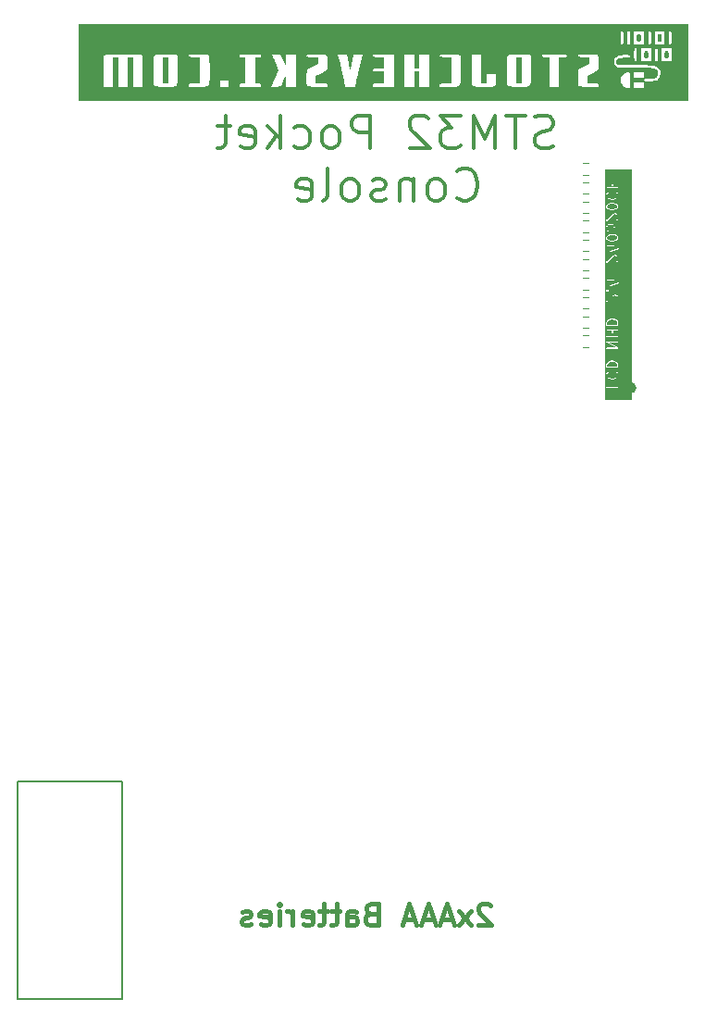
<source format=gbr>
%TF.GenerationSoftware,KiCad,Pcbnew,8.0.0*%
%TF.CreationDate,2024-03-23T15:17:17+01:00*%
%TF.ProjectId,stopwatchy,73746f70-7761-4746-9368-792e6b696361,rev?*%
%TF.SameCoordinates,Original*%
%TF.FileFunction,Legend,Bot*%
%TF.FilePolarity,Positive*%
%FSLAX46Y46*%
G04 Gerber Fmt 4.6, Leading zero omitted, Abs format (unit mm)*
G04 Created by KiCad (PCBNEW 8.0.0) date 2024-03-23 15:17:17*
%MOMM*%
%LPD*%
G01*
G04 APERTURE LIST*
%ADD10C,0.150000*%
%ADD11C,0.375000*%
%ADD12C,0.400000*%
%ADD13C,0.100000*%
%ADD14C,0.120000*%
%ADD15C,0.550000*%
%ADD16C,0.000000*%
G04 APERTURE END LIST*
D10*
X106003742Y-96520000D02*
X115570000Y-96520000D01*
X115570000Y-116373986D01*
X106003742Y-116373986D01*
X106003742Y-96520000D01*
D11*
X155014285Y-38440668D02*
X154585714Y-38583525D01*
X154585714Y-38583525D02*
X153871428Y-38583525D01*
X153871428Y-38583525D02*
X153585714Y-38440668D01*
X153585714Y-38440668D02*
X153442856Y-38297810D01*
X153442856Y-38297810D02*
X153299999Y-38012096D01*
X153299999Y-38012096D02*
X153299999Y-37726382D01*
X153299999Y-37726382D02*
X153442856Y-37440668D01*
X153442856Y-37440668D02*
X153585714Y-37297810D01*
X153585714Y-37297810D02*
X153871428Y-37154953D01*
X153871428Y-37154953D02*
X154442856Y-37012096D01*
X154442856Y-37012096D02*
X154728571Y-36869239D01*
X154728571Y-36869239D02*
X154871428Y-36726382D01*
X154871428Y-36726382D02*
X155014285Y-36440668D01*
X155014285Y-36440668D02*
X155014285Y-36154953D01*
X155014285Y-36154953D02*
X154871428Y-35869239D01*
X154871428Y-35869239D02*
X154728571Y-35726382D01*
X154728571Y-35726382D02*
X154442856Y-35583525D01*
X154442856Y-35583525D02*
X153728571Y-35583525D01*
X153728571Y-35583525D02*
X153299999Y-35726382D01*
X152442856Y-35583525D02*
X150728571Y-35583525D01*
X151585713Y-38583525D02*
X151585713Y-35583525D01*
X149728571Y-38583525D02*
X149728571Y-35583525D01*
X149728571Y-35583525D02*
X148728571Y-37726382D01*
X148728571Y-37726382D02*
X147728571Y-35583525D01*
X147728571Y-35583525D02*
X147728571Y-38583525D01*
X146585714Y-35583525D02*
X144728571Y-35583525D01*
X144728571Y-35583525D02*
X145728571Y-36726382D01*
X145728571Y-36726382D02*
X145300000Y-36726382D01*
X145300000Y-36726382D02*
X145014286Y-36869239D01*
X145014286Y-36869239D02*
X144871428Y-37012096D01*
X144871428Y-37012096D02*
X144728571Y-37297810D01*
X144728571Y-37297810D02*
X144728571Y-38012096D01*
X144728571Y-38012096D02*
X144871428Y-38297810D01*
X144871428Y-38297810D02*
X145014286Y-38440668D01*
X145014286Y-38440668D02*
X145300000Y-38583525D01*
X145300000Y-38583525D02*
X146157143Y-38583525D01*
X146157143Y-38583525D02*
X146442857Y-38440668D01*
X146442857Y-38440668D02*
X146585714Y-38297810D01*
X143585714Y-35869239D02*
X143442857Y-35726382D01*
X143442857Y-35726382D02*
X143157143Y-35583525D01*
X143157143Y-35583525D02*
X142442857Y-35583525D01*
X142442857Y-35583525D02*
X142157143Y-35726382D01*
X142157143Y-35726382D02*
X142014285Y-35869239D01*
X142014285Y-35869239D02*
X141871428Y-36154953D01*
X141871428Y-36154953D02*
X141871428Y-36440668D01*
X141871428Y-36440668D02*
X142014285Y-36869239D01*
X142014285Y-36869239D02*
X143728571Y-38583525D01*
X143728571Y-38583525D02*
X141871428Y-38583525D01*
X138300000Y-38583525D02*
X138300000Y-35583525D01*
X138300000Y-35583525D02*
X137157143Y-35583525D01*
X137157143Y-35583525D02*
X136871428Y-35726382D01*
X136871428Y-35726382D02*
X136728571Y-35869239D01*
X136728571Y-35869239D02*
X136585714Y-36154953D01*
X136585714Y-36154953D02*
X136585714Y-36583525D01*
X136585714Y-36583525D02*
X136728571Y-36869239D01*
X136728571Y-36869239D02*
X136871428Y-37012096D01*
X136871428Y-37012096D02*
X137157143Y-37154953D01*
X137157143Y-37154953D02*
X138300000Y-37154953D01*
X134871428Y-38583525D02*
X135157143Y-38440668D01*
X135157143Y-38440668D02*
X135300000Y-38297810D01*
X135300000Y-38297810D02*
X135442857Y-38012096D01*
X135442857Y-38012096D02*
X135442857Y-37154953D01*
X135442857Y-37154953D02*
X135300000Y-36869239D01*
X135300000Y-36869239D02*
X135157143Y-36726382D01*
X135157143Y-36726382D02*
X134871428Y-36583525D01*
X134871428Y-36583525D02*
X134442857Y-36583525D01*
X134442857Y-36583525D02*
X134157143Y-36726382D01*
X134157143Y-36726382D02*
X134014286Y-36869239D01*
X134014286Y-36869239D02*
X133871428Y-37154953D01*
X133871428Y-37154953D02*
X133871428Y-38012096D01*
X133871428Y-38012096D02*
X134014286Y-38297810D01*
X134014286Y-38297810D02*
X134157143Y-38440668D01*
X134157143Y-38440668D02*
X134442857Y-38583525D01*
X134442857Y-38583525D02*
X134871428Y-38583525D01*
X131300000Y-38440668D02*
X131585714Y-38583525D01*
X131585714Y-38583525D02*
X132157142Y-38583525D01*
X132157142Y-38583525D02*
X132442857Y-38440668D01*
X132442857Y-38440668D02*
X132585714Y-38297810D01*
X132585714Y-38297810D02*
X132728571Y-38012096D01*
X132728571Y-38012096D02*
X132728571Y-37154953D01*
X132728571Y-37154953D02*
X132585714Y-36869239D01*
X132585714Y-36869239D02*
X132442857Y-36726382D01*
X132442857Y-36726382D02*
X132157142Y-36583525D01*
X132157142Y-36583525D02*
X131585714Y-36583525D01*
X131585714Y-36583525D02*
X131300000Y-36726382D01*
X130014285Y-38583525D02*
X130014285Y-35583525D01*
X129728571Y-37440668D02*
X128871428Y-38583525D01*
X128871428Y-36583525D02*
X130014285Y-37726382D01*
X126442857Y-38440668D02*
X126728571Y-38583525D01*
X126728571Y-38583525D02*
X127300000Y-38583525D01*
X127300000Y-38583525D02*
X127585714Y-38440668D01*
X127585714Y-38440668D02*
X127728571Y-38154953D01*
X127728571Y-38154953D02*
X127728571Y-37012096D01*
X127728571Y-37012096D02*
X127585714Y-36726382D01*
X127585714Y-36726382D02*
X127300000Y-36583525D01*
X127300000Y-36583525D02*
X126728571Y-36583525D01*
X126728571Y-36583525D02*
X126442857Y-36726382D01*
X126442857Y-36726382D02*
X126300000Y-37012096D01*
X126300000Y-37012096D02*
X126300000Y-37297810D01*
X126300000Y-37297810D02*
X127728571Y-37583525D01*
X125442856Y-36583525D02*
X124299999Y-36583525D01*
X125014285Y-35583525D02*
X125014285Y-38154953D01*
X125014285Y-38154953D02*
X124871428Y-38440668D01*
X124871428Y-38440668D02*
X124585713Y-38583525D01*
X124585713Y-38583525D02*
X124299999Y-38583525D01*
X146228571Y-43127642D02*
X146371428Y-43270500D01*
X146371428Y-43270500D02*
X146800000Y-43413357D01*
X146800000Y-43413357D02*
X147085714Y-43413357D01*
X147085714Y-43413357D02*
X147514285Y-43270500D01*
X147514285Y-43270500D02*
X147800000Y-42984785D01*
X147800000Y-42984785D02*
X147942857Y-42699071D01*
X147942857Y-42699071D02*
X148085714Y-42127642D01*
X148085714Y-42127642D02*
X148085714Y-41699071D01*
X148085714Y-41699071D02*
X147942857Y-41127642D01*
X147942857Y-41127642D02*
X147800000Y-40841928D01*
X147800000Y-40841928D02*
X147514285Y-40556214D01*
X147514285Y-40556214D02*
X147085714Y-40413357D01*
X147085714Y-40413357D02*
X146800000Y-40413357D01*
X146800000Y-40413357D02*
X146371428Y-40556214D01*
X146371428Y-40556214D02*
X146228571Y-40699071D01*
X144514285Y-43413357D02*
X144800000Y-43270500D01*
X144800000Y-43270500D02*
X144942857Y-43127642D01*
X144942857Y-43127642D02*
X145085714Y-42841928D01*
X145085714Y-42841928D02*
X145085714Y-41984785D01*
X145085714Y-41984785D02*
X144942857Y-41699071D01*
X144942857Y-41699071D02*
X144800000Y-41556214D01*
X144800000Y-41556214D02*
X144514285Y-41413357D01*
X144514285Y-41413357D02*
X144085714Y-41413357D01*
X144085714Y-41413357D02*
X143800000Y-41556214D01*
X143800000Y-41556214D02*
X143657143Y-41699071D01*
X143657143Y-41699071D02*
X143514285Y-41984785D01*
X143514285Y-41984785D02*
X143514285Y-42841928D01*
X143514285Y-42841928D02*
X143657143Y-43127642D01*
X143657143Y-43127642D02*
X143800000Y-43270500D01*
X143800000Y-43270500D02*
X144085714Y-43413357D01*
X144085714Y-43413357D02*
X144514285Y-43413357D01*
X142228571Y-41413357D02*
X142228571Y-43413357D01*
X142228571Y-41699071D02*
X142085714Y-41556214D01*
X142085714Y-41556214D02*
X141799999Y-41413357D01*
X141799999Y-41413357D02*
X141371428Y-41413357D01*
X141371428Y-41413357D02*
X141085714Y-41556214D01*
X141085714Y-41556214D02*
X140942857Y-41841928D01*
X140942857Y-41841928D02*
X140942857Y-43413357D01*
X139657142Y-43270500D02*
X139371428Y-43413357D01*
X139371428Y-43413357D02*
X138799999Y-43413357D01*
X138799999Y-43413357D02*
X138514285Y-43270500D01*
X138514285Y-43270500D02*
X138371428Y-42984785D01*
X138371428Y-42984785D02*
X138371428Y-42841928D01*
X138371428Y-42841928D02*
X138514285Y-42556214D01*
X138514285Y-42556214D02*
X138799999Y-42413357D01*
X138799999Y-42413357D02*
X139228571Y-42413357D01*
X139228571Y-42413357D02*
X139514285Y-42270500D01*
X139514285Y-42270500D02*
X139657142Y-41984785D01*
X139657142Y-41984785D02*
X139657142Y-41841928D01*
X139657142Y-41841928D02*
X139514285Y-41556214D01*
X139514285Y-41556214D02*
X139228571Y-41413357D01*
X139228571Y-41413357D02*
X138799999Y-41413357D01*
X138799999Y-41413357D02*
X138514285Y-41556214D01*
X136657142Y-43413357D02*
X136942857Y-43270500D01*
X136942857Y-43270500D02*
X137085714Y-43127642D01*
X137085714Y-43127642D02*
X137228571Y-42841928D01*
X137228571Y-42841928D02*
X137228571Y-41984785D01*
X137228571Y-41984785D02*
X137085714Y-41699071D01*
X137085714Y-41699071D02*
X136942857Y-41556214D01*
X136942857Y-41556214D02*
X136657142Y-41413357D01*
X136657142Y-41413357D02*
X136228571Y-41413357D01*
X136228571Y-41413357D02*
X135942857Y-41556214D01*
X135942857Y-41556214D02*
X135800000Y-41699071D01*
X135800000Y-41699071D02*
X135657142Y-41984785D01*
X135657142Y-41984785D02*
X135657142Y-42841928D01*
X135657142Y-42841928D02*
X135800000Y-43127642D01*
X135800000Y-43127642D02*
X135942857Y-43270500D01*
X135942857Y-43270500D02*
X136228571Y-43413357D01*
X136228571Y-43413357D02*
X136657142Y-43413357D01*
X133942856Y-43413357D02*
X134228571Y-43270500D01*
X134228571Y-43270500D02*
X134371428Y-42984785D01*
X134371428Y-42984785D02*
X134371428Y-40413357D01*
X131657142Y-43270500D02*
X131942856Y-43413357D01*
X131942856Y-43413357D02*
X132514285Y-43413357D01*
X132514285Y-43413357D02*
X132799999Y-43270500D01*
X132799999Y-43270500D02*
X132942856Y-42984785D01*
X132942856Y-42984785D02*
X132942856Y-41841928D01*
X132942856Y-41841928D02*
X132799999Y-41556214D01*
X132799999Y-41556214D02*
X132514285Y-41413357D01*
X132514285Y-41413357D02*
X131942856Y-41413357D01*
X131942856Y-41413357D02*
X131657142Y-41556214D01*
X131657142Y-41556214D02*
X131514285Y-41841928D01*
X131514285Y-41841928D02*
X131514285Y-42127642D01*
X131514285Y-42127642D02*
X132942856Y-42413357D01*
D12*
X149281580Y-107834182D02*
X149186342Y-107738944D01*
X149186342Y-107738944D02*
X148995866Y-107643706D01*
X148995866Y-107643706D02*
X148519675Y-107643706D01*
X148519675Y-107643706D02*
X148329199Y-107738944D01*
X148329199Y-107738944D02*
X148233961Y-107834182D01*
X148233961Y-107834182D02*
X148138723Y-108024658D01*
X148138723Y-108024658D02*
X148138723Y-108215134D01*
X148138723Y-108215134D02*
X148233961Y-108500848D01*
X148233961Y-108500848D02*
X149376818Y-109643706D01*
X149376818Y-109643706D02*
X148138723Y-109643706D01*
X147472056Y-109643706D02*
X146424437Y-108310372D01*
X147472056Y-108310372D02*
X146424437Y-109643706D01*
X145757770Y-109072277D02*
X144805389Y-109072277D01*
X145948246Y-109643706D02*
X145281580Y-107643706D01*
X145281580Y-107643706D02*
X144614913Y-109643706D01*
X144043484Y-109072277D02*
X143091103Y-109072277D01*
X144233960Y-109643706D02*
X143567294Y-107643706D01*
X143567294Y-107643706D02*
X142900627Y-109643706D01*
X142329198Y-109072277D02*
X141376817Y-109072277D01*
X142519674Y-109643706D02*
X141853008Y-107643706D01*
X141853008Y-107643706D02*
X141186341Y-109643706D01*
X138329197Y-108596087D02*
X138043483Y-108691325D01*
X138043483Y-108691325D02*
X137948245Y-108786563D01*
X137948245Y-108786563D02*
X137853007Y-108977039D01*
X137853007Y-108977039D02*
X137853007Y-109262753D01*
X137853007Y-109262753D02*
X137948245Y-109453229D01*
X137948245Y-109453229D02*
X138043483Y-109548468D01*
X138043483Y-109548468D02*
X138233959Y-109643706D01*
X138233959Y-109643706D02*
X138995864Y-109643706D01*
X138995864Y-109643706D02*
X138995864Y-107643706D01*
X138995864Y-107643706D02*
X138329197Y-107643706D01*
X138329197Y-107643706D02*
X138138721Y-107738944D01*
X138138721Y-107738944D02*
X138043483Y-107834182D01*
X138043483Y-107834182D02*
X137948245Y-108024658D01*
X137948245Y-108024658D02*
X137948245Y-108215134D01*
X137948245Y-108215134D02*
X138043483Y-108405610D01*
X138043483Y-108405610D02*
X138138721Y-108500848D01*
X138138721Y-108500848D02*
X138329197Y-108596087D01*
X138329197Y-108596087D02*
X138995864Y-108596087D01*
X136138721Y-109643706D02*
X136138721Y-108596087D01*
X136138721Y-108596087D02*
X136233959Y-108405610D01*
X136233959Y-108405610D02*
X136424435Y-108310372D01*
X136424435Y-108310372D02*
X136805388Y-108310372D01*
X136805388Y-108310372D02*
X136995864Y-108405610D01*
X136138721Y-109548468D02*
X136329197Y-109643706D01*
X136329197Y-109643706D02*
X136805388Y-109643706D01*
X136805388Y-109643706D02*
X136995864Y-109548468D01*
X136995864Y-109548468D02*
X137091102Y-109357991D01*
X137091102Y-109357991D02*
X137091102Y-109167515D01*
X137091102Y-109167515D02*
X136995864Y-108977039D01*
X136995864Y-108977039D02*
X136805388Y-108881801D01*
X136805388Y-108881801D02*
X136329197Y-108881801D01*
X136329197Y-108881801D02*
X136138721Y-108786563D01*
X135472054Y-108310372D02*
X134710150Y-108310372D01*
X135186340Y-107643706D02*
X135186340Y-109357991D01*
X135186340Y-109357991D02*
X135091102Y-109548468D01*
X135091102Y-109548468D02*
X134900626Y-109643706D01*
X134900626Y-109643706D02*
X134710150Y-109643706D01*
X134329197Y-108310372D02*
X133567293Y-108310372D01*
X134043483Y-107643706D02*
X134043483Y-109357991D01*
X134043483Y-109357991D02*
X133948245Y-109548468D01*
X133948245Y-109548468D02*
X133757769Y-109643706D01*
X133757769Y-109643706D02*
X133567293Y-109643706D01*
X132138721Y-109548468D02*
X132329197Y-109643706D01*
X132329197Y-109643706D02*
X132710150Y-109643706D01*
X132710150Y-109643706D02*
X132900626Y-109548468D01*
X132900626Y-109548468D02*
X132995864Y-109357991D01*
X132995864Y-109357991D02*
X132995864Y-108596087D01*
X132995864Y-108596087D02*
X132900626Y-108405610D01*
X132900626Y-108405610D02*
X132710150Y-108310372D01*
X132710150Y-108310372D02*
X132329197Y-108310372D01*
X132329197Y-108310372D02*
X132138721Y-108405610D01*
X132138721Y-108405610D02*
X132043483Y-108596087D01*
X132043483Y-108596087D02*
X132043483Y-108786563D01*
X132043483Y-108786563D02*
X132995864Y-108977039D01*
X131186340Y-109643706D02*
X131186340Y-108310372D01*
X131186340Y-108691325D02*
X131091102Y-108500848D01*
X131091102Y-108500848D02*
X130995864Y-108405610D01*
X130995864Y-108405610D02*
X130805388Y-108310372D01*
X130805388Y-108310372D02*
X130614911Y-108310372D01*
X129948245Y-109643706D02*
X129948245Y-108310372D01*
X129948245Y-107643706D02*
X130043483Y-107738944D01*
X130043483Y-107738944D02*
X129948245Y-107834182D01*
X129948245Y-107834182D02*
X129853007Y-107738944D01*
X129853007Y-107738944D02*
X129948245Y-107643706D01*
X129948245Y-107643706D02*
X129948245Y-107834182D01*
X128233959Y-109548468D02*
X128424435Y-109643706D01*
X128424435Y-109643706D02*
X128805388Y-109643706D01*
X128805388Y-109643706D02*
X128995864Y-109548468D01*
X128995864Y-109548468D02*
X129091102Y-109357991D01*
X129091102Y-109357991D02*
X129091102Y-108596087D01*
X129091102Y-108596087D02*
X128995864Y-108405610D01*
X128995864Y-108405610D02*
X128805388Y-108310372D01*
X128805388Y-108310372D02*
X128424435Y-108310372D01*
X128424435Y-108310372D02*
X128233959Y-108405610D01*
X128233959Y-108405610D02*
X128138721Y-108596087D01*
X128138721Y-108596087D02*
X128138721Y-108786563D01*
X128138721Y-108786563D02*
X129091102Y-108977039D01*
X127376816Y-109548468D02*
X127186340Y-109643706D01*
X127186340Y-109643706D02*
X126805388Y-109643706D01*
X126805388Y-109643706D02*
X126614911Y-109548468D01*
X126614911Y-109548468D02*
X126519673Y-109357991D01*
X126519673Y-109357991D02*
X126519673Y-109262753D01*
X126519673Y-109262753D02*
X126614911Y-109072277D01*
X126614911Y-109072277D02*
X126805388Y-108977039D01*
X126805388Y-108977039D02*
X127091102Y-108977039D01*
X127091102Y-108977039D02*
X127281578Y-108881801D01*
X127281578Y-108881801D02*
X127376816Y-108691325D01*
X127376816Y-108691325D02*
X127376816Y-108596087D01*
X127376816Y-108596087D02*
X127281578Y-108405610D01*
X127281578Y-108405610D02*
X127091102Y-108310372D01*
X127091102Y-108310372D02*
X126805388Y-108310372D01*
X126805388Y-108310372D02*
X126614911Y-108405610D01*
D13*
G36*
X160483412Y-58109964D02*
G01*
X160659724Y-58150747D01*
X160663654Y-58153797D01*
X160745705Y-58191761D01*
X160745898Y-58192050D01*
X160830933Y-58272979D01*
X160874283Y-58393919D01*
X160874110Y-58394790D01*
X160876895Y-58583061D01*
X159973422Y-58586435D01*
X159970839Y-58411838D01*
X159971544Y-58410602D01*
X160010806Y-58283378D01*
X160088627Y-58201608D01*
X160089329Y-58201416D01*
X160170375Y-58157775D01*
X160174333Y-58157583D01*
X160348783Y-58110681D01*
X160352682Y-58111457D01*
X160480228Y-58108460D01*
X160483412Y-58109964D01*
G37*
G36*
X160483412Y-54252821D02*
G01*
X160659724Y-54293604D01*
X160663654Y-54296654D01*
X160745705Y-54334618D01*
X160745898Y-54334907D01*
X160830933Y-54415836D01*
X160874283Y-54536776D01*
X160874110Y-54537647D01*
X160876895Y-54725918D01*
X159973422Y-54729292D01*
X159970839Y-54554695D01*
X159971544Y-54553459D01*
X160010806Y-54426235D01*
X160088627Y-54344465D01*
X160089329Y-54344273D01*
X160170375Y-54300632D01*
X160174333Y-54300440D01*
X160348783Y-54253538D01*
X160352682Y-54254314D01*
X160480228Y-54251317D01*
X160483412Y-54252821D01*
G37*
G36*
X160531031Y-46538536D02*
G01*
X160707343Y-46579319D01*
X160711273Y-46582369D01*
X160793324Y-46620333D01*
X160793517Y-46620622D01*
X160832198Y-46656043D01*
X160874314Y-46734257D01*
X160876726Y-46806754D01*
X160841424Y-46883051D01*
X160841135Y-46883245D01*
X160805715Y-46921926D01*
X160725463Y-46965138D01*
X160721507Y-46965331D01*
X160547056Y-47012232D01*
X160543158Y-47011457D01*
X160320988Y-47014744D01*
X160317190Y-47012950D01*
X160140877Y-46972166D01*
X160136947Y-46969116D01*
X160054897Y-46931152D01*
X160054704Y-46930863D01*
X160016022Y-46895443D01*
X159973905Y-46817226D01*
X159971493Y-46744731D01*
X160006796Y-46668434D01*
X160007085Y-46668241D01*
X160042506Y-46629559D01*
X160122756Y-46586347D01*
X160126714Y-46586155D01*
X160301164Y-46539253D01*
X160305063Y-46540029D01*
X160527232Y-46536741D01*
X160531031Y-46538536D01*
G37*
G36*
X160531031Y-43681393D02*
G01*
X160707343Y-43722176D01*
X160711273Y-43725226D01*
X160793324Y-43763190D01*
X160793517Y-43763479D01*
X160832198Y-43798900D01*
X160874314Y-43877114D01*
X160876726Y-43949611D01*
X160841424Y-44025908D01*
X160841135Y-44026102D01*
X160805715Y-44064783D01*
X160725463Y-44107995D01*
X160721507Y-44108188D01*
X160547056Y-44155089D01*
X160543158Y-44154314D01*
X160320988Y-44157601D01*
X160317190Y-44155807D01*
X160140877Y-44115023D01*
X160136947Y-44111973D01*
X160054897Y-44074009D01*
X160054704Y-44073720D01*
X160016022Y-44038300D01*
X159973905Y-43960083D01*
X159971493Y-43887588D01*
X160006796Y-43811291D01*
X160007085Y-43811098D01*
X160042506Y-43772416D01*
X160122756Y-43729204D01*
X160126714Y-43729012D01*
X160301164Y-43682110D01*
X160305063Y-43682886D01*
X160527232Y-43679598D01*
X160531031Y-43681393D01*
G37*
G36*
X161132715Y-60603520D02*
G01*
X159762999Y-60603520D01*
X159762999Y-59966219D01*
X159874110Y-59966219D01*
X159877916Y-60461543D01*
X159904976Y-60488603D01*
X159924110Y-60492409D01*
X160943244Y-60488603D01*
X160970304Y-60461543D01*
X160970304Y-60423275D01*
X160943244Y-60396215D01*
X160924110Y-60392409D01*
X159973753Y-60395958D01*
X159970304Y-59947085D01*
X159943244Y-59920025D01*
X159904976Y-59920025D01*
X159877916Y-59947085D01*
X159874110Y-59966219D01*
X159762999Y-59966219D01*
X159762999Y-59251933D01*
X159874110Y-59251933D01*
X159876978Y-59338141D01*
X159874236Y-59343627D01*
X159876676Y-59362983D01*
X159925536Y-59499294D01*
X159925536Y-59509162D01*
X159933165Y-59520579D01*
X159933957Y-59522788D01*
X159934984Y-59523301D01*
X159936375Y-59525383D01*
X160027093Y-59611720D01*
X160029195Y-59618026D01*
X160044607Y-59629987D01*
X160130419Y-59669691D01*
X160132440Y-59673059D01*
X160150079Y-59681392D01*
X160329818Y-59722968D01*
X160333548Y-59726698D01*
X160352682Y-59730504D01*
X160483948Y-59727419D01*
X160488180Y-59729959D01*
X160507666Y-59729011D01*
X160685158Y-59681291D01*
X160689560Y-59682759D01*
X160708376Y-59677606D01*
X160794076Y-59631460D01*
X160800387Y-59631460D01*
X160816608Y-59620621D01*
X160905589Y-59527125D01*
X160914264Y-59522788D01*
X160921054Y-59510875D01*
X160922685Y-59509162D01*
X160922685Y-59508014D01*
X160923925Y-59505839D01*
X160965504Y-59371104D01*
X160970304Y-59366305D01*
X160974110Y-59347171D01*
X160971241Y-59260962D01*
X160973984Y-59255477D01*
X160971544Y-59236121D01*
X160922685Y-59099809D01*
X160922685Y-59089941D01*
X160915054Y-59078521D01*
X160914264Y-59076316D01*
X160913237Y-59075802D01*
X160911846Y-59073720D01*
X160848006Y-59015263D01*
X160809738Y-59015263D01*
X160782678Y-59042323D01*
X160782678Y-59080591D01*
X160793517Y-59096812D01*
X160831441Y-59131540D01*
X160874283Y-59251062D01*
X160874110Y-59251933D01*
X160876748Y-59331232D01*
X160876676Y-59331360D01*
X160837414Y-59458583D01*
X160759593Y-59540352D01*
X160758892Y-59540545D01*
X160677844Y-59584185D01*
X160673888Y-59584378D01*
X160499437Y-59631279D01*
X160495539Y-59630504D01*
X160367992Y-59633500D01*
X160364809Y-59631997D01*
X160188496Y-59591213D01*
X160184566Y-59588163D01*
X160102515Y-59550199D01*
X160102323Y-59549911D01*
X160017287Y-59468981D01*
X159973937Y-59348040D01*
X159974110Y-59347171D01*
X159971471Y-59267872D01*
X159971544Y-59267745D01*
X160010877Y-59140289D01*
X160065543Y-59080592D01*
X160065543Y-59042323D01*
X160038483Y-59015263D01*
X160000214Y-59015263D01*
X159983993Y-59026102D01*
X159941438Y-59072575D01*
X159933957Y-59076316D01*
X159927267Y-59088050D01*
X159925536Y-59089942D01*
X159925536Y-59091088D01*
X159924296Y-59093264D01*
X159882715Y-59227999D01*
X159877916Y-59232799D01*
X159874110Y-59251933D01*
X159762999Y-59251933D01*
X159762999Y-58394790D01*
X159874110Y-58394790D01*
X159877916Y-58652019D01*
X159904976Y-58679079D01*
X159924110Y-58682885D01*
X160943244Y-58679079D01*
X160970304Y-58652019D01*
X160974110Y-58632885D01*
X160970735Y-58404830D01*
X160973984Y-58398334D01*
X160971544Y-58378978D01*
X160922685Y-58242666D01*
X160922685Y-58232799D01*
X160915055Y-58221381D01*
X160914264Y-58219173D01*
X160913236Y-58218659D01*
X160911846Y-58216578D01*
X160821126Y-58130239D01*
X160819025Y-58123935D01*
X160803613Y-58111973D01*
X160717801Y-58072268D01*
X160715781Y-58068902D01*
X160698142Y-58060569D01*
X160518402Y-58018992D01*
X160514673Y-58015263D01*
X160495539Y-58011457D01*
X160364272Y-58014541D01*
X160360041Y-58012002D01*
X160340555Y-58012950D01*
X160163062Y-58060669D01*
X160158661Y-58059202D01*
X160139845Y-58064355D01*
X160054144Y-58110501D01*
X160047834Y-58110501D01*
X160031613Y-58121340D01*
X159942631Y-58214835D01*
X159933957Y-58219173D01*
X159927165Y-58231086D01*
X159925536Y-58232799D01*
X159925536Y-58233945D01*
X159924296Y-58236121D01*
X159882715Y-58370856D01*
X159877916Y-58375656D01*
X159874110Y-58394790D01*
X159762999Y-58394790D01*
X159762999Y-56293246D01*
X159874509Y-56293246D01*
X159877916Y-56305738D01*
X159877916Y-56318686D01*
X159882770Y-56323540D01*
X159884578Y-56330167D01*
X159899303Y-56342964D01*
X160743369Y-56821654D01*
X159904976Y-56824786D01*
X159877916Y-56851846D01*
X159877916Y-56890114D01*
X159904976Y-56917174D01*
X159924110Y-56920980D01*
X160912002Y-56917290D01*
X160917804Y-56920581D01*
X160930117Y-56917223D01*
X160943244Y-56917174D01*
X160948098Y-56912319D01*
X160954725Y-56910512D01*
X160961150Y-56899267D01*
X160970304Y-56890114D01*
X160970304Y-56883248D01*
X160973711Y-56877286D01*
X160970304Y-56864793D01*
X160970304Y-56851846D01*
X160965448Y-56846990D01*
X160963642Y-56840366D01*
X160948917Y-56827568D01*
X160104850Y-56348877D01*
X160943244Y-56345746D01*
X160970304Y-56318686D01*
X160970304Y-56280418D01*
X160943244Y-56253358D01*
X160924110Y-56249552D01*
X159936217Y-56253241D01*
X159930416Y-56249951D01*
X159918102Y-56253308D01*
X159904976Y-56253358D01*
X159900121Y-56258212D01*
X159893495Y-56260020D01*
X159887069Y-56271264D01*
X159877916Y-56280418D01*
X159877916Y-56287283D01*
X159874509Y-56293246D01*
X159762999Y-56293246D01*
X159762999Y-55842495D01*
X159877916Y-55842495D01*
X159904976Y-55869555D01*
X159924110Y-55873361D01*
X160943244Y-55869555D01*
X160970304Y-55842495D01*
X160970304Y-55804227D01*
X160943244Y-55777167D01*
X160924110Y-55773361D01*
X160497608Y-55774953D01*
X160494545Y-55299802D01*
X160943244Y-55298127D01*
X160970304Y-55271067D01*
X160970304Y-55232799D01*
X160943244Y-55205739D01*
X160924110Y-55201933D01*
X159904976Y-55205739D01*
X159877916Y-55232799D01*
X159877916Y-55271067D01*
X159904976Y-55298127D01*
X159924110Y-55301933D01*
X160398230Y-55300162D01*
X160401293Y-55775313D01*
X159904976Y-55777167D01*
X159877916Y-55804227D01*
X159877916Y-55842495D01*
X159762999Y-55842495D01*
X159762999Y-54537647D01*
X159874110Y-54537647D01*
X159877916Y-54794876D01*
X159904976Y-54821936D01*
X159924110Y-54825742D01*
X160943244Y-54821936D01*
X160970304Y-54794876D01*
X160974110Y-54775742D01*
X160970735Y-54547687D01*
X160973984Y-54541191D01*
X160971544Y-54521835D01*
X160922685Y-54385523D01*
X160922685Y-54375656D01*
X160915055Y-54364238D01*
X160914264Y-54362030D01*
X160913236Y-54361516D01*
X160911846Y-54359435D01*
X160821126Y-54273096D01*
X160819025Y-54266792D01*
X160803613Y-54254830D01*
X160717801Y-54215125D01*
X160715781Y-54211759D01*
X160698142Y-54203426D01*
X160518402Y-54161849D01*
X160514673Y-54158120D01*
X160495539Y-54154314D01*
X160364272Y-54157398D01*
X160360041Y-54154859D01*
X160340555Y-54155807D01*
X160163062Y-54203526D01*
X160158661Y-54202059D01*
X160139845Y-54207212D01*
X160054144Y-54253358D01*
X160047834Y-54253358D01*
X160031613Y-54264197D01*
X159942631Y-54357692D01*
X159933957Y-54362030D01*
X159927165Y-54373943D01*
X159925536Y-54375656D01*
X159925536Y-54376802D01*
X159924296Y-54378978D01*
X159882715Y-54513713D01*
X159877916Y-54518513D01*
X159874110Y-54537647D01*
X159762999Y-54537647D01*
X159762999Y-53013838D01*
X160255063Y-53013838D01*
X160258869Y-53794876D01*
X160285929Y-53821936D01*
X160324197Y-53821936D01*
X160351257Y-53794876D01*
X160355063Y-53775742D01*
X160351257Y-52994704D01*
X160324197Y-52967644D01*
X160285929Y-52967644D01*
X160258869Y-52994704D01*
X160255063Y-53013838D01*
X159762999Y-53013838D01*
X159762999Y-52013838D01*
X159874110Y-52013838D01*
X159877916Y-52652019D01*
X159904976Y-52679079D01*
X159943244Y-52679079D01*
X159959465Y-52668240D01*
X160514982Y-52107589D01*
X160637525Y-52063664D01*
X160638396Y-52063838D01*
X160717027Y-52061221D01*
X160793324Y-52096523D01*
X160793517Y-52096812D01*
X160832198Y-52132233D01*
X160874197Y-52210231D01*
X160877366Y-52424417D01*
X160841424Y-52502098D01*
X160841135Y-52502292D01*
X160782678Y-52566132D01*
X160782678Y-52604400D01*
X160809738Y-52631460D01*
X160848006Y-52631460D01*
X160864227Y-52620621D01*
X160904022Y-52577162D01*
X160909251Y-52575420D01*
X160921212Y-52560008D01*
X160963728Y-52468118D01*
X160970304Y-52461543D01*
X160972968Y-52448149D01*
X160973984Y-52445954D01*
X160973621Y-52444865D01*
X160974110Y-52442409D01*
X160970681Y-52210676D01*
X160973984Y-52200769D01*
X160970337Y-52187454D01*
X160970304Y-52185180D01*
X160969492Y-52184368D01*
X160968831Y-52181953D01*
X160922685Y-52096252D01*
X160922685Y-52089941D01*
X160911846Y-52073720D01*
X160909294Y-52071383D01*
X160909251Y-52071303D01*
X160909180Y-52071279D01*
X160868386Y-52033925D01*
X160866644Y-52028697D01*
X160851232Y-52016735D01*
X160759343Y-51974219D01*
X160752768Y-51967644D01*
X160739374Y-51964979D01*
X160737179Y-51963964D01*
X160736090Y-51964326D01*
X160733634Y-51963838D01*
X160647425Y-51966706D01*
X160641940Y-51963964D01*
X160622584Y-51966404D01*
X160486273Y-52015263D01*
X160476405Y-52015263D01*
X160464987Y-52022892D01*
X160462779Y-52023684D01*
X160462265Y-52024711D01*
X160460184Y-52026102D01*
X159973421Y-52517363D01*
X159970304Y-51994704D01*
X159943244Y-51967644D01*
X159904976Y-51967644D01*
X159877916Y-51994704D01*
X159874110Y-52013838D01*
X159762999Y-52013838D01*
X159762999Y-51604401D01*
X159877916Y-51604401D01*
X159888755Y-51620622D01*
X159952596Y-51679079D01*
X159990864Y-51679079D01*
X159990865Y-51679079D01*
X159990867Y-51679076D01*
X160007085Y-51668240D01*
X160065543Y-51604401D01*
X160065543Y-51566132D01*
X160065543Y-51566131D01*
X160054704Y-51549910D01*
X159990875Y-51491463D01*
X159990865Y-51491453D01*
X159952596Y-51491453D01*
X159936375Y-51502291D01*
X159877916Y-51566131D01*
X159877916Y-51566132D01*
X159877916Y-51604401D01*
X159762999Y-51604401D01*
X159762999Y-50699639D01*
X159877916Y-50699639D01*
X159904976Y-50726699D01*
X159924110Y-50730505D01*
X160208584Y-50728926D01*
X160211072Y-51146144D01*
X160207570Y-51153151D01*
X160211179Y-51163979D01*
X160211250Y-51175829D01*
X160217068Y-51181647D01*
X160219671Y-51189455D01*
X160230080Y-51194659D01*
X160238310Y-51202889D01*
X160246540Y-51202889D01*
X160253900Y-51206569D01*
X160273255Y-51204129D01*
X161004489Y-50956373D01*
X161021604Y-50922144D01*
X161009502Y-50885840D01*
X160975274Y-50868726D01*
X160955918Y-50871166D01*
X160307052Y-51091014D01*
X160304889Y-50728391D01*
X160609911Y-50726699D01*
X160636971Y-50699639D01*
X160636971Y-50661371D01*
X160609911Y-50634311D01*
X160590777Y-50630505D01*
X160304315Y-50632094D01*
X160303638Y-50518514D01*
X160276578Y-50491454D01*
X160238310Y-50491454D01*
X160211250Y-50518514D01*
X160207444Y-50537648D01*
X160208010Y-50632629D01*
X159904976Y-50634311D01*
X159877916Y-50661371D01*
X159877916Y-50699639D01*
X159762999Y-50699639D01*
X159762999Y-49394791D01*
X160255063Y-49394791D01*
X160258869Y-50175829D01*
X160285929Y-50202889D01*
X160324197Y-50202889D01*
X160351257Y-50175829D01*
X160355063Y-50156695D01*
X160351257Y-49375657D01*
X160324197Y-49348597D01*
X160285929Y-49348597D01*
X160258869Y-49375657D01*
X160255063Y-49394791D01*
X159762999Y-49394791D01*
X159762999Y-48394791D01*
X159874110Y-48394791D01*
X159877916Y-49032972D01*
X159904976Y-49060032D01*
X159943244Y-49060032D01*
X159959465Y-49049193D01*
X160514982Y-48488542D01*
X160637525Y-48444617D01*
X160638396Y-48444791D01*
X160717027Y-48442174D01*
X160793324Y-48477476D01*
X160793517Y-48477765D01*
X160832198Y-48513186D01*
X160874197Y-48591184D01*
X160877366Y-48805370D01*
X160841424Y-48883051D01*
X160841135Y-48883245D01*
X160782678Y-48947085D01*
X160782678Y-48985353D01*
X160809738Y-49012413D01*
X160848006Y-49012413D01*
X160864227Y-49001574D01*
X160904022Y-48958115D01*
X160909251Y-48956373D01*
X160921212Y-48940961D01*
X160963728Y-48849071D01*
X160970304Y-48842496D01*
X160972968Y-48829102D01*
X160973984Y-48826907D01*
X160973621Y-48825818D01*
X160974110Y-48823362D01*
X160970681Y-48591629D01*
X160973984Y-48581722D01*
X160970337Y-48568407D01*
X160970304Y-48566133D01*
X160969492Y-48565321D01*
X160968831Y-48562906D01*
X160922685Y-48477205D01*
X160922685Y-48470894D01*
X160911846Y-48454673D01*
X160909294Y-48452336D01*
X160909251Y-48452256D01*
X160909180Y-48452232D01*
X160868386Y-48414878D01*
X160866644Y-48409650D01*
X160851232Y-48397688D01*
X160759343Y-48355172D01*
X160752768Y-48348597D01*
X160739374Y-48345932D01*
X160737179Y-48344917D01*
X160736090Y-48345279D01*
X160733634Y-48344791D01*
X160647425Y-48347659D01*
X160641940Y-48344917D01*
X160622584Y-48347357D01*
X160486273Y-48396216D01*
X160476405Y-48396216D01*
X160464987Y-48403845D01*
X160462779Y-48404637D01*
X160462265Y-48405664D01*
X160460184Y-48407055D01*
X159973421Y-48898316D01*
X159970304Y-48375657D01*
X159943244Y-48348597D01*
X159904976Y-48348597D01*
X159877916Y-48375657D01*
X159874110Y-48394791D01*
X159762999Y-48394791D01*
X159762999Y-47556782D01*
X159877916Y-47556782D01*
X159904976Y-47583842D01*
X159924110Y-47587648D01*
X160208584Y-47586069D01*
X160211072Y-48003287D01*
X160207570Y-48010294D01*
X160211179Y-48021122D01*
X160211250Y-48032972D01*
X160217068Y-48038790D01*
X160219671Y-48046598D01*
X160230080Y-48051802D01*
X160238310Y-48060032D01*
X160246540Y-48060032D01*
X160253900Y-48063712D01*
X160273255Y-48061272D01*
X161004489Y-47813516D01*
X161021604Y-47779287D01*
X161009502Y-47742983D01*
X160975274Y-47725869D01*
X160955918Y-47728309D01*
X160307052Y-47948157D01*
X160304889Y-47585534D01*
X160609911Y-47583842D01*
X160636971Y-47556782D01*
X160636971Y-47518514D01*
X160609911Y-47491454D01*
X160590777Y-47487648D01*
X160304315Y-47489237D01*
X160303638Y-47375657D01*
X160276578Y-47348597D01*
X160238310Y-47348597D01*
X160211250Y-47375657D01*
X160207444Y-47394791D01*
X160208010Y-47489772D01*
X159904976Y-47491454D01*
X159877916Y-47518514D01*
X159877916Y-47556782D01*
X159762999Y-47556782D01*
X159762999Y-46728124D01*
X159874110Y-46728124D01*
X159877110Y-46818283D01*
X159874236Y-46826907D01*
X159877834Y-46840046D01*
X159877916Y-46842496D01*
X159878727Y-46843307D01*
X159879389Y-46845723D01*
X159925536Y-46931424D01*
X159925536Y-46937734D01*
X159936375Y-46953955D01*
X159938925Y-46956290D01*
X159938970Y-46956373D01*
X159939041Y-46956396D01*
X159979833Y-46993750D01*
X159981576Y-46998979D01*
X159996988Y-47010940D01*
X160082800Y-47050644D01*
X160084821Y-47054012D01*
X160102460Y-47062345D01*
X160282199Y-47103921D01*
X160285929Y-47107651D01*
X160305063Y-47111457D01*
X160531132Y-47108112D01*
X160535799Y-47110912D01*
X160555285Y-47109964D01*
X160732777Y-47062244D01*
X160737179Y-47063712D01*
X160755995Y-47058559D01*
X160841695Y-47012413D01*
X160848006Y-47012413D01*
X160864227Y-47001574D01*
X160866563Y-46999022D01*
X160866644Y-46998979D01*
X160866667Y-46998909D01*
X160904022Y-46958115D01*
X160909251Y-46956373D01*
X160921212Y-46940961D01*
X160963728Y-46849071D01*
X160970304Y-46842496D01*
X160972968Y-46829102D01*
X160973984Y-46826907D01*
X160973621Y-46825818D01*
X160974110Y-46823362D01*
X160971109Y-46733201D01*
X160973984Y-46724579D01*
X160970385Y-46711439D01*
X160970304Y-46708990D01*
X160969492Y-46708178D01*
X160968831Y-46705763D01*
X160922685Y-46620062D01*
X160922685Y-46613751D01*
X160911846Y-46597530D01*
X160909294Y-46595193D01*
X160909251Y-46595113D01*
X160909180Y-46595089D01*
X160868386Y-46557735D01*
X160866644Y-46552507D01*
X160851232Y-46540545D01*
X160765420Y-46500840D01*
X160763400Y-46497474D01*
X160745761Y-46489141D01*
X160566021Y-46447564D01*
X160562292Y-46443835D01*
X160543158Y-46440029D01*
X160317088Y-46443373D01*
X160312422Y-46440574D01*
X160292936Y-46441522D01*
X160115443Y-46489241D01*
X160111042Y-46487774D01*
X160092226Y-46492927D01*
X160006525Y-46539073D01*
X160000214Y-46539073D01*
X159983993Y-46549912D01*
X159981656Y-46552463D01*
X159981576Y-46552507D01*
X159981552Y-46552577D01*
X159944199Y-46593369D01*
X159938970Y-46595113D01*
X159927009Y-46610525D01*
X159884491Y-46702414D01*
X159877916Y-46708990D01*
X159875251Y-46722383D01*
X159874236Y-46724579D01*
X159874598Y-46725667D01*
X159874110Y-46728124D01*
X159762999Y-46728124D01*
X159762999Y-45728124D01*
X159874110Y-45728124D01*
X159877595Y-46007303D01*
X159874236Y-46017383D01*
X159877887Y-46030717D01*
X159877916Y-46032972D01*
X159878727Y-46033783D01*
X159879389Y-46036199D01*
X159925536Y-46121900D01*
X159925536Y-46128210D01*
X159936375Y-46144431D01*
X159938925Y-46146766D01*
X159938970Y-46146849D01*
X159939041Y-46146872D01*
X160000214Y-46202889D01*
X160038483Y-46202889D01*
X160065543Y-46175829D01*
X160065543Y-46137560D01*
X160054704Y-46121339D01*
X160016022Y-46085919D01*
X159974036Y-46007945D01*
X159970769Y-45746294D01*
X160006796Y-45668434D01*
X160007085Y-45668241D01*
X160042506Y-45629559D01*
X160120504Y-45587560D01*
X160334691Y-45584391D01*
X160412372Y-45620333D01*
X160412565Y-45620622D01*
X160451246Y-45656043D01*
X160493299Y-45734141D01*
X160496604Y-45874832D01*
X160495794Y-45887000D01*
X160496921Y-45888288D01*
X160496964Y-45890115D01*
X160509404Y-45902555D01*
X160520993Y-45915800D01*
X160522767Y-45915918D01*
X160524024Y-45917175D01*
X160541623Y-45917175D01*
X160559177Y-45918345D01*
X160561209Y-45917175D01*
X160562292Y-45917175D01*
X160563762Y-45915704D01*
X160576083Y-45908610D01*
X160874740Y-45643439D01*
X160877916Y-46175829D01*
X160904976Y-46202889D01*
X160943244Y-46202889D01*
X160970304Y-46175829D01*
X160974110Y-46156695D01*
X160970417Y-45537485D01*
X160971474Y-45521629D01*
X160970314Y-45520304D01*
X160970304Y-45518514D01*
X160957863Y-45506073D01*
X160946275Y-45492829D01*
X160944500Y-45492710D01*
X160943244Y-45491454D01*
X160925645Y-45491454D01*
X160908091Y-45490284D01*
X160906059Y-45491454D01*
X160904976Y-45491454D01*
X160903505Y-45492924D01*
X160891185Y-45500019D01*
X160590710Y-45766802D01*
X160589936Y-45733865D01*
X160593032Y-45724579D01*
X160589407Y-45711343D01*
X160589352Y-45708990D01*
X160588540Y-45708178D01*
X160587879Y-45705763D01*
X160541733Y-45620062D01*
X160541733Y-45613751D01*
X160530894Y-45597530D01*
X160528342Y-45595193D01*
X160528299Y-45595113D01*
X160528228Y-45595089D01*
X160487434Y-45557735D01*
X160485692Y-45552507D01*
X160470280Y-45540545D01*
X160378391Y-45498029D01*
X160371816Y-45491454D01*
X160358422Y-45488789D01*
X160356227Y-45487774D01*
X160355138Y-45488136D01*
X160352682Y-45487648D01*
X160120949Y-45491076D01*
X160111042Y-45487774D01*
X160097727Y-45491420D01*
X160095453Y-45491454D01*
X160094641Y-45492265D01*
X160092226Y-45492927D01*
X160006525Y-45539073D01*
X160000214Y-45539073D01*
X159983993Y-45549912D01*
X159981656Y-45552463D01*
X159981576Y-45552507D01*
X159981552Y-45552577D01*
X159944199Y-45593369D01*
X159938970Y-45595113D01*
X159927009Y-45610525D01*
X159884491Y-45702414D01*
X159877916Y-45708990D01*
X159875251Y-45722383D01*
X159874236Y-45724579D01*
X159874598Y-45725667D01*
X159874110Y-45728124D01*
X159762999Y-45728124D01*
X159762999Y-44585267D01*
X159874110Y-44585267D01*
X159877916Y-45223448D01*
X159904976Y-45250508D01*
X159943244Y-45250508D01*
X159959465Y-45239669D01*
X160514982Y-44679018D01*
X160637525Y-44635093D01*
X160638396Y-44635267D01*
X160717027Y-44632650D01*
X160793324Y-44667952D01*
X160793517Y-44668241D01*
X160832198Y-44703662D01*
X160874197Y-44781660D01*
X160877366Y-44995846D01*
X160841424Y-45073527D01*
X160841135Y-45073721D01*
X160782678Y-45137561D01*
X160782678Y-45175829D01*
X160809738Y-45202889D01*
X160848006Y-45202889D01*
X160864227Y-45192050D01*
X160904022Y-45148591D01*
X160909251Y-45146849D01*
X160921212Y-45131437D01*
X160963728Y-45039547D01*
X160970304Y-45032972D01*
X160972968Y-45019578D01*
X160973984Y-45017383D01*
X160973621Y-45016294D01*
X160974110Y-45013838D01*
X160970681Y-44782105D01*
X160973984Y-44772198D01*
X160970337Y-44758883D01*
X160970304Y-44756609D01*
X160969492Y-44755797D01*
X160968831Y-44753382D01*
X160922685Y-44667681D01*
X160922685Y-44661370D01*
X160911846Y-44645149D01*
X160909294Y-44642812D01*
X160909251Y-44642732D01*
X160909180Y-44642708D01*
X160868386Y-44605354D01*
X160866644Y-44600126D01*
X160851232Y-44588164D01*
X160759343Y-44545648D01*
X160752768Y-44539073D01*
X160739374Y-44536408D01*
X160737179Y-44535393D01*
X160736090Y-44535755D01*
X160733634Y-44535267D01*
X160647425Y-44538135D01*
X160641940Y-44535393D01*
X160622584Y-44537833D01*
X160486273Y-44586692D01*
X160476405Y-44586692D01*
X160464987Y-44594321D01*
X160462779Y-44595113D01*
X160462265Y-44596140D01*
X160460184Y-44597531D01*
X159973421Y-45088792D01*
X159970304Y-44566133D01*
X159943244Y-44539073D01*
X159904976Y-44539073D01*
X159877916Y-44566133D01*
X159874110Y-44585267D01*
X159762999Y-44585267D01*
X159762999Y-43870981D01*
X159874110Y-43870981D01*
X159877110Y-43961140D01*
X159874236Y-43969764D01*
X159877834Y-43982903D01*
X159877916Y-43985353D01*
X159878727Y-43986164D01*
X159879389Y-43988580D01*
X159925536Y-44074281D01*
X159925536Y-44080591D01*
X159936375Y-44096812D01*
X159938925Y-44099147D01*
X159938970Y-44099230D01*
X159939041Y-44099253D01*
X159979833Y-44136607D01*
X159981576Y-44141836D01*
X159996988Y-44153797D01*
X160082800Y-44193501D01*
X160084821Y-44196869D01*
X160102460Y-44205202D01*
X160282199Y-44246778D01*
X160285929Y-44250508D01*
X160305063Y-44254314D01*
X160531132Y-44250969D01*
X160535799Y-44253769D01*
X160555285Y-44252821D01*
X160732777Y-44205101D01*
X160737179Y-44206569D01*
X160755995Y-44201416D01*
X160841695Y-44155270D01*
X160848006Y-44155270D01*
X160864227Y-44144431D01*
X160866563Y-44141879D01*
X160866644Y-44141836D01*
X160866667Y-44141766D01*
X160904022Y-44100972D01*
X160909251Y-44099230D01*
X160921212Y-44083818D01*
X160963728Y-43991928D01*
X160970304Y-43985353D01*
X160972968Y-43971959D01*
X160973984Y-43969764D01*
X160973621Y-43968675D01*
X160974110Y-43966219D01*
X160971109Y-43876058D01*
X160973984Y-43867436D01*
X160970385Y-43854296D01*
X160970304Y-43851847D01*
X160969492Y-43851035D01*
X160968831Y-43848620D01*
X160922685Y-43762919D01*
X160922685Y-43756608D01*
X160911846Y-43740387D01*
X160909294Y-43738050D01*
X160909251Y-43737970D01*
X160909180Y-43737946D01*
X160868386Y-43700592D01*
X160866644Y-43695364D01*
X160851232Y-43683402D01*
X160765420Y-43643697D01*
X160763400Y-43640331D01*
X160745761Y-43631998D01*
X160566021Y-43590421D01*
X160562292Y-43586692D01*
X160543158Y-43582886D01*
X160317088Y-43586230D01*
X160312422Y-43583431D01*
X160292936Y-43584379D01*
X160115443Y-43632098D01*
X160111042Y-43630631D01*
X160092226Y-43635784D01*
X160006525Y-43681930D01*
X160000214Y-43681930D01*
X159983993Y-43692769D01*
X159981656Y-43695320D01*
X159981576Y-43695364D01*
X159981552Y-43695434D01*
X159944199Y-43736226D01*
X159938970Y-43737970D01*
X159927009Y-43753382D01*
X159884491Y-43845271D01*
X159877916Y-43851847D01*
X159875251Y-43865240D01*
X159874236Y-43867436D01*
X159874598Y-43868524D01*
X159874110Y-43870981D01*
X159762999Y-43870981D01*
X159762999Y-42823362D01*
X159874110Y-42823362D01*
X159876978Y-42909570D01*
X159874236Y-42915056D01*
X159876676Y-42934412D01*
X159925536Y-43070723D01*
X159925536Y-43080591D01*
X159933165Y-43092008D01*
X159933957Y-43094217D01*
X159934984Y-43094730D01*
X159936375Y-43096812D01*
X160027093Y-43183149D01*
X160029195Y-43189455D01*
X160044607Y-43201416D01*
X160130419Y-43241120D01*
X160132440Y-43244488D01*
X160150079Y-43252821D01*
X160329818Y-43294397D01*
X160333548Y-43298127D01*
X160352682Y-43301933D01*
X160483948Y-43298848D01*
X160488180Y-43301388D01*
X160507666Y-43300440D01*
X160685158Y-43252720D01*
X160689560Y-43254188D01*
X160708376Y-43249035D01*
X160794076Y-43202889D01*
X160800387Y-43202889D01*
X160816608Y-43192050D01*
X160905589Y-43098554D01*
X160914264Y-43094217D01*
X160921054Y-43082304D01*
X160922685Y-43080591D01*
X160922685Y-43079443D01*
X160923925Y-43077268D01*
X160965504Y-42942533D01*
X160970304Y-42937734D01*
X160974110Y-42918600D01*
X160971241Y-42832391D01*
X160973984Y-42826906D01*
X160971544Y-42807550D01*
X160922685Y-42671238D01*
X160922685Y-42661370D01*
X160915054Y-42649950D01*
X160914264Y-42647745D01*
X160913237Y-42647231D01*
X160911846Y-42645149D01*
X160848006Y-42586692D01*
X160809738Y-42586692D01*
X160782678Y-42613752D01*
X160782678Y-42652020D01*
X160793517Y-42668241D01*
X160831441Y-42702969D01*
X160874283Y-42822491D01*
X160874110Y-42823362D01*
X160876748Y-42902661D01*
X160876676Y-42902789D01*
X160837414Y-43030012D01*
X160759593Y-43111781D01*
X160758892Y-43111974D01*
X160677844Y-43155614D01*
X160673888Y-43155807D01*
X160499437Y-43202708D01*
X160495539Y-43201933D01*
X160367992Y-43204929D01*
X160364809Y-43203426D01*
X160188496Y-43162642D01*
X160184566Y-43159592D01*
X160102515Y-43121628D01*
X160102323Y-43121340D01*
X160017287Y-43040410D01*
X159973937Y-42919469D01*
X159974110Y-42918600D01*
X159971471Y-42839301D01*
X159971544Y-42839174D01*
X160010877Y-42711718D01*
X160065543Y-42652021D01*
X160065543Y-42613752D01*
X160038483Y-42586692D01*
X160000214Y-42586692D01*
X159983993Y-42597531D01*
X159941438Y-42644004D01*
X159933957Y-42647745D01*
X159927267Y-42659479D01*
X159925536Y-42661371D01*
X159925536Y-42662517D01*
X159924296Y-42664693D01*
X159882715Y-42799428D01*
X159877916Y-42804228D01*
X159874110Y-42823362D01*
X159762999Y-42823362D01*
X159762999Y-42223448D01*
X159877916Y-42223448D01*
X159904976Y-42250508D01*
X159924110Y-42254314D01*
X160943244Y-42250508D01*
X160970304Y-42223448D01*
X160974110Y-42204314D01*
X160970304Y-41708990D01*
X160943244Y-41681930D01*
X160904976Y-41681930D01*
X160877916Y-41708990D01*
X160874110Y-41728124D01*
X160877386Y-42154488D01*
X160497397Y-42155907D01*
X160494114Y-41851847D01*
X160467054Y-41824787D01*
X160428786Y-41824787D01*
X160401726Y-41851847D01*
X160397920Y-41870981D01*
X160401000Y-42156267D01*
X159904976Y-42158120D01*
X159877916Y-42185180D01*
X159877916Y-42223448D01*
X159762999Y-42223448D01*
X159762999Y-41570819D01*
X161132715Y-41570819D01*
X161132715Y-60603520D01*
G37*
D14*
%TO.C,R26*%
X157762742Y-50477500D02*
X158237258Y-50477500D01*
X157762742Y-51522500D02*
X158237258Y-51522500D01*
%TO.C,R29*%
X158237258Y-43477500D02*
X157762742Y-43477500D01*
X158237258Y-44522500D02*
X157762742Y-44522500D01*
%TO.C,R22*%
X157762742Y-55727500D02*
X158237258Y-55727500D01*
X157762742Y-56772500D02*
X158237258Y-56772500D01*
%TO.C,R25*%
X157762742Y-48727500D02*
X158237258Y-48727500D01*
X157762742Y-49772500D02*
X158237258Y-49772500D01*
%TO.C,R24*%
X157762742Y-52227500D02*
X158237258Y-52227500D01*
X157762742Y-53272500D02*
X158237258Y-53272500D01*
%TO.C,R28*%
X158237258Y-41727500D02*
X157762742Y-41727500D01*
X158237258Y-42772500D02*
X157762742Y-42772500D01*
%TO.C,R23*%
X157762742Y-53977500D02*
X158237258Y-53977500D01*
X157762742Y-55022500D02*
X158237258Y-55022500D01*
%TO.C,R14*%
X158237258Y-39977500D02*
X157762742Y-39977500D01*
X158237258Y-41022500D02*
X157762742Y-41022500D01*
%TO.C,U3*%
D13*
X161100000Y-41520108D02*
X159768194Y-41520108D01*
X159768194Y-40500000D01*
X161100000Y-40500000D01*
X161100000Y-41520108D01*
G36*
X161100000Y-41520108D02*
G01*
X159768194Y-41520108D01*
X159768194Y-40500000D01*
X161100000Y-40500000D01*
X161100000Y-41520108D01*
G37*
X161100000Y-61500000D02*
X159736752Y-61500000D01*
X159736752Y-40500000D01*
X161100000Y-40500000D01*
X161100000Y-61500000D01*
X161100000Y-61500000D02*
X159739858Y-61500000D01*
X159739858Y-60590445D01*
X161100000Y-60590445D01*
X161100000Y-61500000D01*
G36*
X161100000Y-61500000D02*
G01*
X159739858Y-61500000D01*
X159739858Y-60590445D01*
X161100000Y-60590445D01*
X161100000Y-61500000D01*
G37*
X162100000Y-61500000D02*
X161100000Y-61500000D01*
X161100000Y-40500000D01*
X162100000Y-40500000D01*
X162100000Y-61500000D01*
G36*
X162100000Y-61500000D02*
G01*
X161100000Y-61500000D01*
X161100000Y-40500000D01*
X162100000Y-40500000D01*
X162100000Y-61500000D01*
G37*
D15*
X162375000Y-60500000D02*
G75*
G02*
X161825000Y-60500000I-275000J0D01*
G01*
X161825000Y-60500000D02*
G75*
G02*
X162375000Y-60500000I275000J0D01*
G01*
D14*
%TO.C,R27*%
X157762742Y-46977500D02*
X158237258Y-46977500D01*
X157762742Y-48022500D02*
X158237258Y-48022500D01*
%TO.C,R30*%
X158237258Y-45227500D02*
X157762742Y-45227500D01*
X158237258Y-46272500D02*
X157762742Y-46272500D01*
D16*
%TO.C,G\u002A\u002A\u002A*%
G36*
X119799512Y-31462439D02*
G01*
X119799512Y-32670488D01*
X119551707Y-32670488D01*
X119303902Y-32670488D01*
X119303902Y-31462439D01*
X119303902Y-30254390D01*
X119551707Y-30254390D01*
X119799512Y-30254390D01*
X119799512Y-31462439D01*
G37*
G36*
X152138048Y-31462439D02*
G01*
X152138048Y-32670488D01*
X151890244Y-32670488D01*
X151642439Y-32670488D01*
X151642439Y-31462439D01*
X151642439Y-30254390D01*
X151890244Y-30254390D01*
X152138048Y-30254390D01*
X152138048Y-31462439D01*
G37*
G36*
X162963471Y-28154121D02*
G01*
X163017890Y-28192602D01*
X163038342Y-28293990D01*
X163041463Y-28488780D01*
X163041463Y-28493991D01*
X163038151Y-28686527D01*
X163017161Y-28786295D01*
X162961859Y-28823790D01*
X162855609Y-28829512D01*
X162852767Y-28829512D01*
X162747748Y-28823440D01*
X162693329Y-28784958D01*
X162672877Y-28683571D01*
X162669756Y-28488780D01*
X162669756Y-28483570D01*
X162673068Y-28291034D01*
X162694058Y-28191266D01*
X162749360Y-28153770D01*
X162855609Y-28148049D01*
X162858452Y-28148049D01*
X162963471Y-28154121D01*
G37*
G36*
X163644935Y-29702901D02*
G01*
X163699353Y-29741383D01*
X163719806Y-29842770D01*
X163722927Y-30037561D01*
X163722926Y-30042771D01*
X163719614Y-30235307D01*
X163698625Y-30335075D01*
X163643322Y-30372571D01*
X163537073Y-30378292D01*
X163534231Y-30378292D01*
X163429211Y-30372220D01*
X163374792Y-30333739D01*
X163354340Y-30232352D01*
X163351219Y-30037561D01*
X163351219Y-30032350D01*
X163354531Y-29839814D01*
X163375521Y-29740047D01*
X163430823Y-29702551D01*
X163537073Y-29696829D01*
X163539915Y-29696829D01*
X163644935Y-29702901D01*
G37*
G36*
X164883959Y-28154121D02*
G01*
X164938378Y-28192602D01*
X164958830Y-28293990D01*
X164961951Y-28488780D01*
X164961951Y-28493991D01*
X164958639Y-28686527D01*
X164937649Y-28786295D01*
X164882347Y-28823790D01*
X164776097Y-28829512D01*
X164773255Y-28829512D01*
X164668235Y-28823440D01*
X164613817Y-28784958D01*
X164593364Y-28683571D01*
X164590244Y-28488780D01*
X164590244Y-28483570D01*
X164593556Y-28291034D01*
X164614546Y-28191266D01*
X164669848Y-28153770D01*
X164776097Y-28148049D01*
X164778939Y-28148049D01*
X164883959Y-28154121D01*
G37*
G36*
X165503471Y-29702901D02*
G01*
X165557890Y-29741383D01*
X165578342Y-29842770D01*
X165581463Y-30037561D01*
X165581463Y-30042771D01*
X165578151Y-30235307D01*
X165557161Y-30335075D01*
X165501859Y-30372571D01*
X165395609Y-30378292D01*
X165392767Y-30378292D01*
X165287748Y-30372220D01*
X165233329Y-30333739D01*
X165212877Y-30232352D01*
X165209756Y-30037561D01*
X165209756Y-30032350D01*
X165213068Y-29839814D01*
X165234058Y-29740047D01*
X165289360Y-29702551D01*
X165395609Y-29696829D01*
X165398452Y-29696829D01*
X165503471Y-29702901D01*
G37*
G36*
X167378048Y-29449024D02*
G01*
X167378048Y-30780975D01*
X167378048Y-31834156D01*
X167378048Y-32546585D01*
X167378048Y-34281219D01*
X139500000Y-34281219D01*
X111621951Y-34281219D01*
X111621951Y-32985555D01*
X129221902Y-32985555D01*
X129655410Y-32967411D01*
X130088917Y-32949268D01*
X130294036Y-32498756D01*
X130319526Y-32443132D01*
X130417930Y-32235191D01*
X130496137Y-32080205D01*
X130539089Y-32008309D01*
X130545820Y-32008818D01*
X130562779Y-32083919D01*
X130574591Y-32247762D01*
X130579024Y-32474309D01*
X130579024Y-32980244D01*
X131012683Y-32980244D01*
X131446341Y-32980244D01*
X131446341Y-31493414D01*
X131446341Y-30130488D01*
X132437561Y-30130488D01*
X132440947Y-30171894D01*
X132470732Y-30216537D01*
X132551709Y-30241367D01*
X132708105Y-30252084D01*
X132964146Y-30254390D01*
X133490731Y-30254390D01*
X133490731Y-30561431D01*
X133490731Y-30868473D01*
X132979634Y-31134480D01*
X132468536Y-31400488D01*
X132450549Y-32081951D01*
X132447981Y-32183365D01*
X132444050Y-32452764D01*
X132450189Y-32631092D01*
X132470077Y-32743567D01*
X132507397Y-32815407D01*
X132565827Y-32871829D01*
X132575060Y-32879096D01*
X132651894Y-32922207D01*
X132763360Y-32951365D01*
X132931760Y-32969083D01*
X133179396Y-32977872D01*
X133528570Y-32980244D01*
X134358048Y-32980244D01*
X134358048Y-32825366D01*
X134353350Y-32750959D01*
X134322873Y-32704931D01*
X134242087Y-32680986D01*
X134086460Y-32671910D01*
X133831463Y-32670488D01*
X133304878Y-32670488D01*
X133305158Y-32314268D01*
X133305438Y-31958049D01*
X133831743Y-31689242D01*
X134358048Y-31420436D01*
X134358048Y-30787852D01*
X134357911Y-30737203D01*
X134347983Y-30408715D01*
X134322966Y-30187267D01*
X134283707Y-30080927D01*
X134213645Y-30051440D01*
X134031356Y-30026239D01*
X133736448Y-30011428D01*
X133323463Y-30006585D01*
X135303727Y-30006585D01*
X135509682Y-30889390D01*
X135517489Y-30922870D01*
X135606929Y-31307810D01*
X135699566Y-31708699D01*
X135784904Y-32080011D01*
X135852448Y-32376219D01*
X135989261Y-32980244D01*
X136437436Y-32980244D01*
X136885611Y-32980244D01*
X138508780Y-32980244D01*
X139469024Y-32980244D01*
X140429268Y-32980244D01*
X140429268Y-31493414D01*
X140429268Y-30006585D01*
X141420488Y-30006585D01*
X141420488Y-31493414D01*
X141420488Y-32980244D01*
X141854146Y-32980244D01*
X142287805Y-32980244D01*
X142287805Y-32267805D01*
X142287805Y-31555366D01*
X142535609Y-31555366D01*
X142783414Y-31555366D01*
X142783414Y-32267805D01*
X142783414Y-32980244D01*
X143217073Y-32980244D01*
X143650731Y-32980244D01*
X144641951Y-32980244D01*
X145478292Y-32980244D01*
X145552462Y-32980375D01*
X145871795Y-32981499D01*
X146115864Y-32972944D01*
X146294734Y-32940444D01*
X146418471Y-32869738D01*
X146497140Y-32746559D01*
X146540806Y-32556645D01*
X146559534Y-32285732D01*
X146563390Y-31919556D01*
X146562439Y-31443853D01*
X146562428Y-31408584D01*
X146562357Y-31396975D01*
X147553658Y-31396975D01*
X147553659Y-31426606D01*
X147554077Y-31869313D01*
X147554409Y-31919556D01*
X147556298Y-32205236D01*
X147561819Y-32450544D01*
X147572139Y-32621408D01*
X147588754Y-32733996D01*
X147613162Y-32804478D01*
X147646860Y-32849024D01*
X147691345Y-32883804D01*
X147745356Y-32913184D01*
X147862414Y-32945561D01*
X148041650Y-32966180D01*
X148303595Y-32977065D01*
X148668780Y-32980244D01*
X148767359Y-32980191D01*
X149138165Y-32976089D01*
X149405690Y-32957990D01*
X149586784Y-32915545D01*
X149698301Y-32838402D01*
X149757092Y-32716209D01*
X149780008Y-32538614D01*
X149783902Y-32295267D01*
X149783902Y-31803171D01*
X149350244Y-31803171D01*
X148916585Y-31803171D01*
X148916585Y-32236829D01*
X148916585Y-32670488D01*
X148668780Y-32670488D01*
X148420975Y-32670488D01*
X148420975Y-31471316D01*
X150775122Y-31471316D01*
X150775359Y-31835497D01*
X150777191Y-32182637D01*
X150779437Y-32295267D01*
X150782246Y-32436175D01*
X150792152Y-32612794D01*
X150808535Y-32729182D01*
X150833021Y-32802022D01*
X150867237Y-32848001D01*
X150912809Y-32883804D01*
X150971701Y-32915163D01*
X151090441Y-32946610D01*
X151271822Y-32966617D01*
X151536225Y-32977168D01*
X151904028Y-32980244D01*
X151983825Y-32980393D01*
X152307252Y-32981586D01*
X152554349Y-32973072D01*
X152735336Y-32940589D01*
X152860435Y-32869880D01*
X152939867Y-32746684D01*
X152983855Y-32556743D01*
X153002620Y-32285797D01*
X153006383Y-31919587D01*
X153005366Y-31443853D01*
X153005355Y-31408584D01*
X153002444Y-30932102D01*
X152994039Y-30569969D01*
X152979657Y-30313312D01*
X152958813Y-30153256D01*
X152950065Y-30130488D01*
X153996585Y-30130488D01*
X154000219Y-30173956D01*
X154037830Y-30225760D01*
X154140409Y-30249012D01*
X154337317Y-30254390D01*
X154678048Y-30254390D01*
X154678048Y-31617317D01*
X154678048Y-31919587D01*
X154678048Y-32980244D01*
X155111707Y-32980244D01*
X155545366Y-32980244D01*
X155545366Y-31617317D01*
X155545366Y-30254390D01*
X155917073Y-30254390D01*
X156081709Y-30252112D01*
X156215639Y-30237083D01*
X156275217Y-30199690D01*
X156288780Y-30130488D01*
X157280000Y-30130488D01*
X157283386Y-30171894D01*
X157313171Y-30216537D01*
X157394148Y-30241367D01*
X157550544Y-30252084D01*
X157806585Y-30254390D01*
X158333170Y-30254390D01*
X158333170Y-30561431D01*
X158333170Y-30868473D01*
X157822073Y-31134480D01*
X157310975Y-31400488D01*
X157292988Y-32081951D01*
X157290420Y-32183365D01*
X157286489Y-32452764D01*
X157292628Y-32631092D01*
X157312516Y-32743567D01*
X157349836Y-32815407D01*
X157408266Y-32871829D01*
X157417499Y-32879096D01*
X157494333Y-32922207D01*
X157605799Y-32951365D01*
X157774199Y-32969083D01*
X158021835Y-32977872D01*
X158371009Y-32980244D01*
X159200488Y-32980244D01*
X159200488Y-32825366D01*
X159195789Y-32750959D01*
X159165312Y-32704931D01*
X159084526Y-32680986D01*
X158928899Y-32671910D01*
X158673902Y-32670488D01*
X158147317Y-32670488D01*
X158147546Y-32379296D01*
X161183158Y-32379296D01*
X161224707Y-32609654D01*
X161356724Y-32845692D01*
X161516965Y-32980244D01*
X161552606Y-33010171D01*
X161722428Y-33075166D01*
X161892289Y-33104146D01*
X162050244Y-33104146D01*
X162421951Y-33104146D01*
X162855609Y-33104146D01*
X163289268Y-33104146D01*
X163289268Y-32825366D01*
X163289268Y-32546585D01*
X162855609Y-32546585D01*
X162421951Y-32546585D01*
X162421951Y-32825366D01*
X162421951Y-33104146D01*
X162050244Y-33104146D01*
X162050244Y-32360732D01*
X162050195Y-32242307D01*
X162049381Y-32174878D01*
X162421951Y-32174878D01*
X162855609Y-32174878D01*
X163289268Y-32174878D01*
X163289268Y-31896097D01*
X163289268Y-31617317D01*
X162855609Y-31617317D01*
X162421951Y-31617317D01*
X162421951Y-31896097D01*
X162421951Y-32174878D01*
X162049381Y-32174878D01*
X162046627Y-31946779D01*
X162030437Y-31754562D01*
X161991998Y-31650042D01*
X161921684Y-31617604D01*
X161809869Y-31641634D01*
X161646927Y-31706516D01*
X161577515Y-31741545D01*
X161379648Y-31912574D01*
X161237687Y-32140402D01*
X161183158Y-32379296D01*
X158147546Y-32379296D01*
X158147597Y-32314268D01*
X158147877Y-31958049D01*
X158674182Y-31689242D01*
X159200488Y-31420436D01*
X159200488Y-30787852D01*
X159200350Y-30737203D01*
X159196976Y-30625564D01*
X160571067Y-30625564D01*
X160598448Y-30854403D01*
X160744503Y-31064521D01*
X160925591Y-31245610D01*
X162594684Y-31245610D01*
X162888772Y-31245714D01*
X163325485Y-31246853D01*
X163661990Y-31250120D01*
X163913470Y-31256579D01*
X164095112Y-31267296D01*
X164222102Y-31283332D01*
X164309624Y-31305754D01*
X164372866Y-31335625D01*
X164427011Y-31374008D01*
X164475782Y-31415893D01*
X164565893Y-31551336D01*
X164574159Y-31617317D01*
X164590244Y-31745716D01*
X164579112Y-31904327D01*
X164517379Y-32066854D01*
X164386230Y-32168866D01*
X164168451Y-32221734D01*
X163846829Y-32236829D01*
X163716158Y-32237285D01*
X163519112Y-32243506D01*
X163409223Y-32262000D01*
X163361566Y-32298998D01*
X163351219Y-32360732D01*
X163352477Y-32389046D01*
X163375000Y-32440542D01*
X163445447Y-32468959D01*
X163589126Y-32480696D01*
X163831341Y-32482154D01*
X164019078Y-32476523D01*
X164298562Y-32444565D01*
X164481050Y-32387656D01*
X164600669Y-32301511D01*
X164754674Y-32089844D01*
X164828452Y-31834156D01*
X164814107Y-31571613D01*
X164703744Y-31339384D01*
X164639201Y-31262521D01*
X164550696Y-31180976D01*
X164443199Y-31118052D01*
X164301727Y-31071360D01*
X164111292Y-31038512D01*
X163856911Y-31017121D01*
X163523598Y-31004798D01*
X163096367Y-30999155D01*
X162560233Y-30997805D01*
X162553417Y-30997805D01*
X162044263Y-30997146D01*
X161645395Y-30993581D01*
X161343360Y-30984703D01*
X161124703Y-30968110D01*
X160975972Y-30941397D01*
X160883712Y-30902159D01*
X160834469Y-30847994D01*
X160814789Y-30776495D01*
X160811219Y-30685260D01*
X160816523Y-30605123D01*
X160872194Y-30466764D01*
X161001392Y-30377855D01*
X161220031Y-30330384D01*
X161544024Y-30316341D01*
X161690393Y-30315777D01*
X161884846Y-30309278D01*
X161993186Y-30290582D01*
X162040092Y-30253649D01*
X162050244Y-30192439D01*
X162048285Y-30158837D01*
X162022920Y-30110068D01*
X161948244Y-30082879D01*
X161799408Y-30071093D01*
X161551557Y-30068536D01*
X161543082Y-30068543D01*
X161183448Y-30086866D01*
X160924733Y-30144983D01*
X160748779Y-30249628D01*
X160637427Y-30407537D01*
X160571067Y-30625564D01*
X159196976Y-30625564D01*
X159190422Y-30408715D01*
X159165405Y-30187267D01*
X159126146Y-30080927D01*
X159056084Y-30051440D01*
X158955692Y-30037561D01*
X162421951Y-30037561D01*
X162423604Y-30300036D01*
X162431980Y-30477163D01*
X162451921Y-30575227D01*
X162488266Y-30617210D01*
X162545853Y-30626097D01*
X162601111Y-30618247D01*
X162638401Y-30578460D01*
X162659046Y-30483738D01*
X162667885Y-30311100D01*
X162669756Y-30037561D01*
X163041463Y-30037561D01*
X163041463Y-30626097D01*
X163506097Y-30626097D01*
X163970731Y-30626097D01*
X163970731Y-30037561D01*
X164342439Y-30037561D01*
X164344091Y-30300036D01*
X164352468Y-30477163D01*
X164372409Y-30575227D01*
X164408754Y-30617210D01*
X164466341Y-30626097D01*
X164521599Y-30618247D01*
X164558889Y-30578460D01*
X164579534Y-30483738D01*
X164588373Y-30311100D01*
X164590244Y-30037561D01*
X164961951Y-30037561D01*
X164961951Y-30626097D01*
X165395609Y-30626097D01*
X165829268Y-30626097D01*
X165829268Y-30037561D01*
X165829268Y-29449024D01*
X165395609Y-29449024D01*
X164961951Y-29449024D01*
X164961951Y-30037561D01*
X164590244Y-30037561D01*
X164588591Y-29775086D01*
X164580215Y-29597959D01*
X164560273Y-29499895D01*
X164523928Y-29457911D01*
X164466341Y-29449024D01*
X164411083Y-29456874D01*
X164373793Y-29496662D01*
X164353148Y-29591383D01*
X164344310Y-29764022D01*
X164342439Y-30037561D01*
X163970731Y-30037561D01*
X163970731Y-29449024D01*
X163506097Y-29449024D01*
X163041463Y-29449024D01*
X163041463Y-30037561D01*
X162669756Y-30037561D01*
X162668103Y-29775086D01*
X162659727Y-29597959D01*
X162639785Y-29499895D01*
X162603441Y-29457911D01*
X162545853Y-29449024D01*
X162490596Y-29456874D01*
X162453306Y-29496662D01*
X162432661Y-29591383D01*
X162423822Y-29764022D01*
X162421951Y-30037561D01*
X158955692Y-30037561D01*
X158873795Y-30026239D01*
X158578887Y-30011428D01*
X158165902Y-30006585D01*
X158073034Y-30006616D01*
X157752202Y-30008098D01*
X157531960Y-30013732D01*
X157393462Y-30026152D01*
X157317865Y-30047995D01*
X157286325Y-30081895D01*
X157280000Y-30130488D01*
X156288780Y-30130488D01*
X156288690Y-30121888D01*
X156280948Y-30080533D01*
X156248873Y-30050463D01*
X156175870Y-30029883D01*
X156045344Y-30016999D01*
X155840700Y-30010018D01*
X155545345Y-30007144D01*
X155142683Y-30006585D01*
X155063133Y-30006595D01*
X154680604Y-30007432D01*
X154402454Y-30010899D01*
X154212088Y-30018792D01*
X154092914Y-30032903D01*
X154028335Y-30055026D01*
X154001757Y-30086957D01*
X153996585Y-30130488D01*
X152950065Y-30130488D01*
X152931024Y-30080927D01*
X152917873Y-30072271D01*
X152798539Y-30044131D01*
X152589279Y-30023267D01*
X152316793Y-30009678D01*
X152007784Y-30003364D01*
X151688955Y-30004326D01*
X151387006Y-30012563D01*
X151128639Y-30028076D01*
X150940558Y-30050864D01*
X150849463Y-30080927D01*
X150845248Y-30085958D01*
X150818731Y-30168933D01*
X150798936Y-30340037D01*
X150785388Y-30608188D01*
X150777609Y-30982308D01*
X150775122Y-31471316D01*
X148420975Y-31471316D01*
X148420975Y-31338536D01*
X148420975Y-30006585D01*
X147987317Y-30006585D01*
X147553658Y-30006585D01*
X147553658Y-31396975D01*
X146562357Y-31396975D01*
X146559517Y-30932102D01*
X146551112Y-30569969D01*
X146536730Y-30313312D01*
X146515887Y-30153256D01*
X146488097Y-30080927D01*
X146418035Y-30051440D01*
X146235747Y-30026239D01*
X145940838Y-30011428D01*
X145527853Y-30006585D01*
X145434985Y-30006616D01*
X145114154Y-30008098D01*
X144893911Y-30013732D01*
X144755413Y-30026152D01*
X144679816Y-30047995D01*
X144648277Y-30081895D01*
X144641951Y-30130488D01*
X144645337Y-30171894D01*
X144675122Y-30216537D01*
X144756099Y-30241367D01*
X144912495Y-30252084D01*
X145168536Y-30254390D01*
X145695122Y-30254390D01*
X145695122Y-31462439D01*
X145695122Y-32670488D01*
X145168536Y-32670488D01*
X144915555Y-32671870D01*
X144759057Y-32680833D01*
X144677644Y-32704594D01*
X144646786Y-32750366D01*
X144641951Y-32825366D01*
X144641951Y-32980244D01*
X143650731Y-32980244D01*
X143650731Y-31493414D01*
X143650731Y-30006585D01*
X143217073Y-30006585D01*
X142783414Y-30006585D01*
X142783414Y-30657073D01*
X142783414Y-31307561D01*
X142535609Y-31307561D01*
X142287805Y-31307561D01*
X142287805Y-30657073D01*
X142287805Y-30006585D01*
X141854146Y-30006585D01*
X141420488Y-30006585D01*
X140429268Y-30006585D01*
X139469024Y-30006585D01*
X139265722Y-30006741D01*
X138958973Y-30008819D01*
X138748608Y-30015200D01*
X138616517Y-30028220D01*
X138544589Y-30050217D01*
X138514714Y-30083527D01*
X138508780Y-30130488D01*
X138512166Y-30171894D01*
X138541952Y-30216537D01*
X138622929Y-30241367D01*
X138779324Y-30252084D01*
X139035366Y-30254390D01*
X139561951Y-30254390D01*
X139561951Y-30780975D01*
X139561951Y-31307561D01*
X139035366Y-31307561D01*
X138859387Y-31308357D01*
X138669656Y-31315366D01*
X138564129Y-31334419D01*
X138518580Y-31371218D01*
X138508780Y-31431463D01*
X138512166Y-31472870D01*
X138541952Y-31517513D01*
X138622929Y-31542342D01*
X138779324Y-31553060D01*
X139035366Y-31555366D01*
X139561951Y-31555366D01*
X139561951Y-32112927D01*
X139561951Y-32670488D01*
X139035366Y-32670488D01*
X138782384Y-32671870D01*
X138625886Y-32680833D01*
X138544474Y-32704594D01*
X138513615Y-32750366D01*
X138508780Y-32825366D01*
X138508780Y-32980244D01*
X136885611Y-32980244D01*
X136991554Y-32500122D01*
X137013658Y-32400594D01*
X137075982Y-32123188D01*
X137154526Y-31776453D01*
X137241445Y-31394963D01*
X137328896Y-31013292D01*
X137560296Y-30006585D01*
X137143561Y-30006585D01*
X136726826Y-30006585D01*
X136618444Y-30610610D01*
X136589372Y-30768298D01*
X136538718Y-31024516D01*
X136494632Y-31225796D01*
X136464233Y-31338536D01*
X136448432Y-31374375D01*
X136429241Y-31385192D01*
X136406987Y-31345294D01*
X136377855Y-31240442D01*
X136338028Y-31056399D01*
X136283691Y-30778924D01*
X136211026Y-30393780D01*
X136138514Y-30006585D01*
X135721120Y-30006585D01*
X135303727Y-30006585D01*
X133323463Y-30006585D01*
X133230595Y-30006616D01*
X132909763Y-30008098D01*
X132689521Y-30013732D01*
X132551023Y-30026152D01*
X132475426Y-30047995D01*
X132443886Y-30081895D01*
X132437561Y-30130488D01*
X131446341Y-30130488D01*
X131446341Y-30006585D01*
X131015188Y-30006585D01*
X130584035Y-30006585D01*
X130566042Y-30517683D01*
X130548048Y-31028780D01*
X130306851Y-30517683D01*
X130065653Y-30006585D01*
X129665223Y-30006585D01*
X129634821Y-30006661D01*
X129421231Y-30015086D01*
X129313414Y-30039773D01*
X129295602Y-30084024D01*
X129326566Y-30156857D01*
X129398502Y-30322101D01*
X129499073Y-30551275D01*
X129616950Y-30818481D01*
X129907487Y-31475499D01*
X129564695Y-32230527D01*
X129224313Y-32980244D01*
X129221902Y-32985555D01*
X111621951Y-32985555D01*
X111621951Y-32980244D01*
X113852195Y-32980244D01*
X114285853Y-32980244D01*
X114719512Y-32980244D01*
X114719512Y-31617317D01*
X114719512Y-30254390D01*
X114967317Y-30254390D01*
X115215122Y-30254390D01*
X115215122Y-31617317D01*
X115215122Y-32980244D01*
X115648780Y-32980244D01*
X116082439Y-32980244D01*
X116082439Y-31617317D01*
X116082439Y-30254390D01*
X116330244Y-30254390D01*
X116578048Y-30254390D01*
X116578048Y-31617317D01*
X116578048Y-32980244D01*
X117011707Y-32980244D01*
X117445366Y-32980244D01*
X117445366Y-31567756D01*
X117445216Y-31471316D01*
X118436585Y-31471316D01*
X118436822Y-31835497D01*
X118438654Y-32182637D01*
X118443710Y-32436175D01*
X118453616Y-32612794D01*
X118469998Y-32729182D01*
X118494484Y-32802022D01*
X118528700Y-32848001D01*
X118574272Y-32883804D01*
X118633165Y-32915163D01*
X118751904Y-32946610D01*
X118933286Y-32966617D01*
X119197688Y-32977168D01*
X119565492Y-32980244D01*
X119645288Y-32980393D01*
X119968716Y-32981586D01*
X120215812Y-32973072D01*
X120396799Y-32940589D01*
X120521898Y-32869880D01*
X120601331Y-32746684D01*
X120645319Y-32556743D01*
X120664083Y-32285797D01*
X120667846Y-31919587D01*
X120666829Y-31443853D01*
X120666818Y-31408584D01*
X120663907Y-30932102D01*
X120655503Y-30569969D01*
X120641120Y-30313312D01*
X120620277Y-30153256D01*
X120611529Y-30130488D01*
X121658048Y-30130488D01*
X121661434Y-30171894D01*
X121691220Y-30216537D01*
X121772197Y-30241367D01*
X121928593Y-30252084D01*
X122184634Y-30254390D01*
X122711219Y-30254390D01*
X122711219Y-31462439D01*
X122711219Y-31919587D01*
X122711219Y-32670488D01*
X122184634Y-32670488D01*
X121931653Y-32671870D01*
X121775155Y-32680833D01*
X121693742Y-32704594D01*
X121662883Y-32750366D01*
X121658048Y-32825366D01*
X121658048Y-32980244D01*
X122494390Y-32980244D01*
X122568559Y-32980375D01*
X122887892Y-32981499D01*
X122923696Y-32980244D01*
X124569756Y-32980244D01*
X124941463Y-32980244D01*
X125313170Y-32980244D01*
X125313170Y-32701463D01*
X125313170Y-32422683D01*
X124941463Y-32422683D01*
X124569756Y-32422683D01*
X124569756Y-32701463D01*
X124569756Y-32980244D01*
X122923696Y-32980244D01*
X123131961Y-32972944D01*
X123310832Y-32940444D01*
X123434569Y-32869738D01*
X123513238Y-32746559D01*
X123556904Y-32556645D01*
X123575632Y-32285732D01*
X123579488Y-31919556D01*
X123578536Y-31443853D01*
X123578526Y-31408584D01*
X123575615Y-30932102D01*
X123567210Y-30569969D01*
X123552828Y-30313312D01*
X123531984Y-30153256D01*
X123523236Y-30130488D01*
X126304390Y-30130488D01*
X126304496Y-30139389D01*
X126326573Y-30212620D01*
X126408955Y-30246283D01*
X126583170Y-30254390D01*
X126861951Y-30254390D01*
X126861951Y-31462439D01*
X126861951Y-31919556D01*
X126861951Y-32422683D01*
X126861951Y-32670488D01*
X126583170Y-32670488D01*
X126507977Y-32671079D01*
X126372741Y-32684513D01*
X126315945Y-32729794D01*
X126304390Y-32825366D01*
X126304390Y-32980244D01*
X127295609Y-32980244D01*
X128286829Y-32980244D01*
X128286829Y-32825366D01*
X128285764Y-32783592D01*
X128261584Y-32708461D01*
X128180078Y-32676907D01*
X128008048Y-32670488D01*
X127729268Y-32670488D01*
X127729268Y-31462439D01*
X127729268Y-30254390D01*
X128008048Y-30254390D01*
X128028076Y-30254343D01*
X128192847Y-30244531D01*
X128268588Y-30207917D01*
X128286829Y-30130488D01*
X128284945Y-30099490D01*
X128266369Y-30061816D01*
X128213041Y-30035990D01*
X128107131Y-30019782D01*
X127930808Y-30010965D01*
X127666244Y-30007309D01*
X127295609Y-30006585D01*
X127047626Y-30006821D01*
X126746236Y-30009143D01*
X126539626Y-30015809D01*
X126409966Y-30029047D01*
X126339426Y-30051088D01*
X126310177Y-30084158D01*
X126304390Y-30130488D01*
X123523236Y-30130488D01*
X123504195Y-30080927D01*
X123434133Y-30051440D01*
X123251844Y-30026239D01*
X122956936Y-30011428D01*
X122543951Y-30006585D01*
X122451082Y-30006616D01*
X122130251Y-30008098D01*
X121910009Y-30013732D01*
X121771511Y-30026152D01*
X121695914Y-30047995D01*
X121664374Y-30081895D01*
X121658048Y-30130488D01*
X120611529Y-30130488D01*
X120592488Y-30080927D01*
X120579337Y-30072271D01*
X120460003Y-30044131D01*
X120250742Y-30023267D01*
X119978257Y-30009678D01*
X119669248Y-30003364D01*
X119350418Y-30004326D01*
X119048469Y-30012563D01*
X118790103Y-30028076D01*
X118602021Y-30050864D01*
X118510927Y-30080927D01*
X118506711Y-30085958D01*
X118480194Y-30168933D01*
X118460400Y-30340037D01*
X118446851Y-30608188D01*
X118439072Y-30982308D01*
X118436585Y-31471316D01*
X117445216Y-31471316D01*
X117445040Y-31358537D01*
X117441021Y-30898383D01*
X117432060Y-30549561D01*
X117417708Y-30303055D01*
X117397513Y-30149849D01*
X117371024Y-30080927D01*
X117357266Y-30073162D01*
X117238748Y-30050736D01*
X117022727Y-30032506D01*
X116729324Y-30018470D01*
X116378661Y-30008630D01*
X115990858Y-30002984D01*
X115586038Y-30001534D01*
X115184321Y-30004278D01*
X114805829Y-30011218D01*
X114470684Y-30022352D01*
X114199005Y-30037682D01*
X114010916Y-30057207D01*
X113926536Y-30080927D01*
X113915542Y-30098107D01*
X113891535Y-30198480D01*
X113873647Y-30386615D01*
X113861429Y-30671528D01*
X113854428Y-31062237D01*
X113852195Y-31567756D01*
X113852195Y-32980244D01*
X111621951Y-32980244D01*
X111621951Y-30780975D01*
X111621951Y-28488780D01*
X161182927Y-28488780D01*
X161184579Y-28751255D01*
X161192956Y-28928382D01*
X161212897Y-29026446D01*
X161249242Y-29068430D01*
X161306829Y-29077317D01*
X161362087Y-29069467D01*
X161399377Y-29029679D01*
X161420022Y-28934958D01*
X161428860Y-28762319D01*
X161430731Y-28488780D01*
X161802439Y-28488780D01*
X161804091Y-28751255D01*
X161812468Y-28928382D01*
X161832409Y-29026446D01*
X161868754Y-29068430D01*
X161926341Y-29077317D01*
X161981599Y-29069467D01*
X162018889Y-29029679D01*
X162039534Y-28934958D01*
X162048373Y-28762319D01*
X162050244Y-28488780D01*
X162421951Y-28488780D01*
X162421951Y-29077317D01*
X162886585Y-29077317D01*
X163351219Y-29077317D01*
X163351219Y-28488780D01*
X163722927Y-28488780D01*
X163724579Y-28751255D01*
X163732956Y-28928382D01*
X163752897Y-29026446D01*
X163789242Y-29068430D01*
X163846829Y-29077317D01*
X163902087Y-29069467D01*
X163939377Y-29029679D01*
X163960022Y-28934958D01*
X163968860Y-28762319D01*
X163970731Y-28488780D01*
X164342439Y-28488780D01*
X164342439Y-29077317D01*
X164776097Y-29077317D01*
X165209756Y-29077317D01*
X165209756Y-28488780D01*
X165581463Y-28488780D01*
X165583116Y-28751255D01*
X165591492Y-28928382D01*
X165611433Y-29026446D01*
X165647778Y-29068430D01*
X165705366Y-29077317D01*
X165760623Y-29069467D01*
X165797913Y-29029679D01*
X165818558Y-28934958D01*
X165827397Y-28762319D01*
X165829268Y-28488780D01*
X165827615Y-28226305D01*
X165819239Y-28049178D01*
X165799298Y-27951114D01*
X165762953Y-27909131D01*
X165705366Y-27900244D01*
X165650108Y-27908094D01*
X165612818Y-27947882D01*
X165592173Y-28042603D01*
X165583334Y-28215241D01*
X165581463Y-28488780D01*
X165209756Y-28488780D01*
X165209756Y-27900244D01*
X164776097Y-27900244D01*
X164342439Y-27900244D01*
X164342439Y-28488780D01*
X163970731Y-28488780D01*
X163969079Y-28226305D01*
X163960702Y-28049178D01*
X163940761Y-27951114D01*
X163904416Y-27909131D01*
X163846829Y-27900244D01*
X163791571Y-27908094D01*
X163754281Y-27947882D01*
X163733636Y-28042603D01*
X163724798Y-28215241D01*
X163722927Y-28488780D01*
X163351219Y-28488780D01*
X163351219Y-27900244D01*
X162886585Y-27900244D01*
X162421951Y-27900244D01*
X162421951Y-28488780D01*
X162050244Y-28488780D01*
X162048591Y-28226305D01*
X162040215Y-28049178D01*
X162020273Y-27951114D01*
X161983928Y-27909131D01*
X161926341Y-27900244D01*
X161871083Y-27908094D01*
X161833793Y-27947882D01*
X161813148Y-28042603D01*
X161804310Y-28215241D01*
X161802439Y-28488780D01*
X161430731Y-28488780D01*
X161429079Y-28226305D01*
X161420702Y-28049178D01*
X161400761Y-27951114D01*
X161364416Y-27909131D01*
X161306829Y-27900244D01*
X161251571Y-27908094D01*
X161214281Y-27947882D01*
X161193636Y-28042603D01*
X161184798Y-28215241D01*
X161182927Y-28488780D01*
X111621951Y-28488780D01*
X111621951Y-27280732D01*
X139500000Y-27280732D01*
X167378048Y-27280732D01*
X167378048Y-28488780D01*
X167378048Y-29449024D01*
G37*
%TD*%
M02*

</source>
